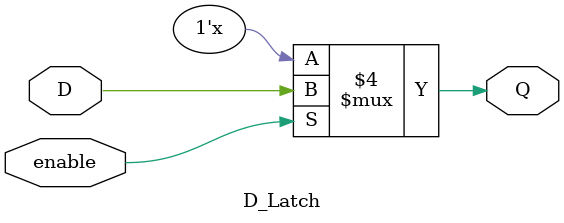
<source format=v>
/********************************************************************************************
Filename    :	     D_Latch.v   
Description :      D Latch Code
Author Name :      Vedant Kadu
Version     : 	   1.0
*********************************************************************************************/
module D_Latch(enable,D,Q);
    input wire enable, D;
    output reg Q;
    
	 always @ (enable, D)
	 begin
	 if (enable == 1)   
		Q<= D;
	 else
	   Q <= Q;
	 end
endmodule

</source>
